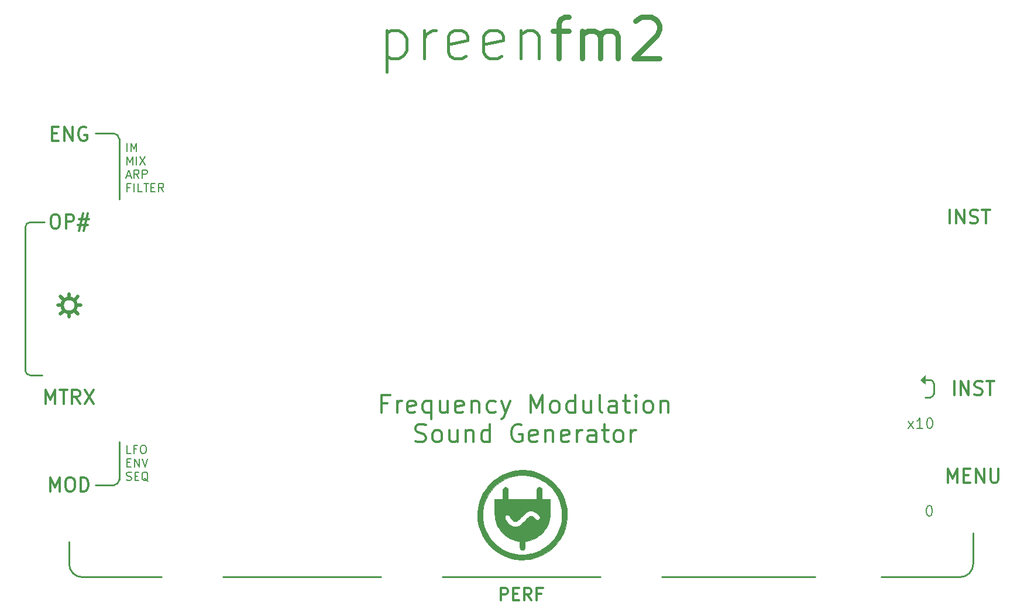
<source format=gbr>
%TF.GenerationSoftware,KiCad,Pcbnew,(5.1.8)-1*%
%TF.CreationDate,2021-03-28T18:03:51+02:00*%
%TF.ProjectId,pfm2_topSurface,70666d32-5f74-46f7-9053-757266616365,rev?*%
%TF.SameCoordinates,Original*%
%TF.FileFunction,Legend,Top*%
%TF.FilePolarity,Positive*%
%FSLAX46Y46*%
G04 Gerber Fmt 4.6, Leading zero omitted, Abs format (unit mm)*
G04 Created by KiCad (PCBNEW (5.1.8)-1) date 2021-03-28 18:03:51*
%MOMM*%
%LPD*%
G01*
G04 APERTURE LIST*
%ADD10C,0.300000*%
%ADD11C,0.250000*%
%ADD12C,0.150000*%
%ADD13C,0.500000*%
%ADD14C,0.100000*%
%ADD15C,0.120000*%
%ADD16C,0.350000*%
%ADD17C,0.800000*%
%ADD18C,0.400000*%
%ADD19C,0.010000*%
G04 APERTURE END LIST*
D10*
X178848095Y-99266261D02*
X178848095Y-97266261D01*
X179800476Y-99266261D02*
X179800476Y-97266261D01*
X180943333Y-99266261D01*
X180943333Y-97266261D01*
X181800476Y-99171023D02*
X182086190Y-99266261D01*
X182562380Y-99266261D01*
X182752857Y-99171023D01*
X182848095Y-99075785D01*
X182943333Y-98885309D01*
X182943333Y-98694833D01*
X182848095Y-98504357D01*
X182752857Y-98409119D01*
X182562380Y-98313880D01*
X182181428Y-98218642D01*
X181990952Y-98123404D01*
X181895714Y-98028166D01*
X181800476Y-97837690D01*
X181800476Y-97647214D01*
X181895714Y-97456738D01*
X181990952Y-97361500D01*
X182181428Y-97266261D01*
X182657619Y-97266261D01*
X182943333Y-97361500D01*
X183514761Y-97266261D02*
X184657619Y-97266261D01*
X184086190Y-99266261D02*
X184086190Y-97266261D01*
D11*
X176530000Y-123952000D02*
G75*
G02*
X176022000Y-124460000I-508000J0D01*
G01*
X176022000Y-121920000D02*
G75*
G02*
X176530000Y-122428000I0J-508000D01*
G01*
X57912000Y-137160000D02*
X55245000Y-137160000D01*
X58674000Y-136398000D02*
X58674000Y-130937000D01*
X58674000Y-136398000D02*
G75*
G02*
X57912000Y-137160000I-762000J0D01*
G01*
D12*
X60390642Y-132577857D02*
X59819214Y-132577857D01*
X59819214Y-131377857D01*
X61190642Y-131949285D02*
X60790642Y-131949285D01*
X60790642Y-132577857D02*
X60790642Y-131377857D01*
X61362071Y-131377857D01*
X62047785Y-131377857D02*
X62276357Y-131377857D01*
X62390642Y-131435000D01*
X62504928Y-131549285D01*
X62562071Y-131777857D01*
X62562071Y-132177857D01*
X62504928Y-132406428D01*
X62390642Y-132520714D01*
X62276357Y-132577857D01*
X62047785Y-132577857D01*
X61933500Y-132520714D01*
X61819214Y-132406428D01*
X61762071Y-132177857D01*
X61762071Y-131777857D01*
X61819214Y-131549285D01*
X61933500Y-131435000D01*
X62047785Y-131377857D01*
X59819214Y-133899285D02*
X60219214Y-133899285D01*
X60390642Y-134527857D02*
X59819214Y-134527857D01*
X59819214Y-133327857D01*
X60390642Y-133327857D01*
X60904928Y-134527857D02*
X60904928Y-133327857D01*
X61590642Y-134527857D01*
X61590642Y-133327857D01*
X61990642Y-133327857D02*
X62390642Y-134527857D01*
X62790642Y-133327857D01*
X59762071Y-136420714D02*
X59933500Y-136477857D01*
X60219214Y-136477857D01*
X60333500Y-136420714D01*
X60390642Y-136363571D01*
X60447785Y-136249285D01*
X60447785Y-136135000D01*
X60390642Y-136020714D01*
X60333500Y-135963571D01*
X60219214Y-135906428D01*
X59990642Y-135849285D01*
X59876357Y-135792142D01*
X59819214Y-135735000D01*
X59762071Y-135620714D01*
X59762071Y-135506428D01*
X59819214Y-135392142D01*
X59876357Y-135335000D01*
X59990642Y-135277857D01*
X60276357Y-135277857D01*
X60447785Y-135335000D01*
X60962071Y-135849285D02*
X61362071Y-135849285D01*
X61533500Y-136477857D02*
X60962071Y-136477857D01*
X60962071Y-135277857D01*
X61533500Y-135277857D01*
X62847785Y-136592142D02*
X62733500Y-136535000D01*
X62619214Y-136420714D01*
X62447785Y-136249285D01*
X62333500Y-136192142D01*
X62219214Y-136192142D01*
X62276357Y-136477857D02*
X62162071Y-136420714D01*
X62047785Y-136306428D01*
X61990642Y-136077857D01*
X61990642Y-135677857D01*
X62047785Y-135449285D01*
X62162071Y-135335000D01*
X62276357Y-135277857D01*
X62504928Y-135277857D01*
X62619214Y-135335000D01*
X62733500Y-135449285D01*
X62790642Y-135677857D01*
X62790642Y-136077857D01*
X62733500Y-136306428D01*
X62619214Y-136420714D01*
X62504928Y-136477857D01*
X62276357Y-136477857D01*
X59819214Y-88803857D02*
X59819214Y-87603857D01*
X60390642Y-88803857D02*
X60390642Y-87603857D01*
X60790642Y-88461000D01*
X61190642Y-87603857D01*
X61190642Y-88803857D01*
X59819214Y-90753857D02*
X59819214Y-89553857D01*
X60219214Y-90411000D01*
X60619214Y-89553857D01*
X60619214Y-90753857D01*
X61190642Y-90753857D02*
X61190642Y-89553857D01*
X61647785Y-89553857D02*
X62447785Y-90753857D01*
X62447785Y-89553857D02*
X61647785Y-90753857D01*
X59762071Y-92361000D02*
X60333500Y-92361000D01*
X59647785Y-92703857D02*
X60047785Y-91503857D01*
X60447785Y-92703857D01*
X61533500Y-92703857D02*
X61133500Y-92132428D01*
X60847785Y-92703857D02*
X60847785Y-91503857D01*
X61304928Y-91503857D01*
X61419214Y-91561000D01*
X61476357Y-91618142D01*
X61533500Y-91732428D01*
X61533500Y-91903857D01*
X61476357Y-92018142D01*
X61419214Y-92075285D01*
X61304928Y-92132428D01*
X60847785Y-92132428D01*
X62047785Y-92703857D02*
X62047785Y-91503857D01*
X62504928Y-91503857D01*
X62619214Y-91561000D01*
X62676357Y-91618142D01*
X62733500Y-91732428D01*
X62733500Y-91903857D01*
X62676357Y-92018142D01*
X62619214Y-92075285D01*
X62504928Y-92132428D01*
X62047785Y-92132428D01*
X60219214Y-94025285D02*
X59819214Y-94025285D01*
X59819214Y-94653857D02*
X59819214Y-93453857D01*
X60390642Y-93453857D01*
X60847785Y-94653857D02*
X60847785Y-93453857D01*
X61990642Y-94653857D02*
X61419214Y-94653857D01*
X61419214Y-93453857D01*
X62219214Y-93453857D02*
X62904928Y-93453857D01*
X62562071Y-94653857D02*
X62562071Y-93453857D01*
X63304928Y-94025285D02*
X63704928Y-94025285D01*
X63876357Y-94653857D02*
X63304928Y-94653857D01*
X63304928Y-93453857D01*
X63876357Y-93453857D01*
X65076357Y-94653857D02*
X64676357Y-94082428D01*
X64390642Y-94653857D02*
X64390642Y-93453857D01*
X64847785Y-93453857D01*
X64962071Y-93511000D01*
X65019214Y-93568142D01*
X65076357Y-93682428D01*
X65076357Y-93853857D01*
X65019214Y-93968142D01*
X64962071Y-94025285D01*
X64847785Y-94082428D01*
X64390642Y-94082428D01*
D11*
X57912000Y-86233000D02*
G75*
G02*
X58674000Y-86995000I0J-762000D01*
G01*
X57912000Y-86233000D02*
X55245000Y-86233000D01*
X58674000Y-95758000D02*
X58674000Y-86995000D01*
X45847000Y-121285000D02*
G75*
G02*
X45085000Y-120523000I0J762000D01*
G01*
X45085000Y-99822000D02*
G75*
G02*
X45847000Y-99060000I762000J0D01*
G01*
X45847000Y-121285000D02*
X47498000Y-121285000D01*
D13*
X52705000Y-111125000D02*
X53086000Y-111125000D01*
X52705000Y-112395000D02*
X52324000Y-112014000D01*
X51435000Y-112776000D02*
X51435000Y-112395000D01*
X52324000Y-110236000D02*
X52705000Y-109855000D01*
X49784000Y-111125000D02*
X50165000Y-111125000D01*
X51435000Y-109855000D02*
X51435000Y-109474000D01*
X50546000Y-110236000D02*
X50165000Y-109855000D01*
X50165000Y-112395000D02*
X50546000Y-112014000D01*
X52451000Y-111125000D02*
G75*
G03*
X52451000Y-111125000I-1016000J0D01*
G01*
D11*
X45085000Y-99822000D02*
X45085000Y-120523000D01*
X47879000Y-99060000D02*
X45847000Y-99060000D01*
D14*
G36*
X175260000Y-122555000D02*
G01*
X174625000Y-121920000D01*
X175260000Y-121285000D01*
X175260000Y-122555000D01*
G37*
X175260000Y-122555000D02*
X174625000Y-121920000D01*
X175260000Y-121285000D01*
X175260000Y-122555000D01*
D11*
X176022000Y-121920000D02*
X175260000Y-121920000D01*
X176530000Y-123952000D02*
X176530000Y-122428000D01*
X175260000Y-124460000D02*
X176022000Y-124460000D01*
D12*
X175823571Y-140148571D02*
X175966428Y-140148571D01*
X176109285Y-140220000D01*
X176180714Y-140291428D01*
X176252142Y-140434285D01*
X176323571Y-140720000D01*
X176323571Y-141077142D01*
X176252142Y-141362857D01*
X176180714Y-141505714D01*
X176109285Y-141577142D01*
X175966428Y-141648571D01*
X175823571Y-141648571D01*
X175680714Y-141577142D01*
X175609285Y-141505714D01*
X175537857Y-141362857D01*
X175466428Y-141077142D01*
X175466428Y-140720000D01*
X175537857Y-140434285D01*
X175609285Y-140291428D01*
X175680714Y-140220000D01*
X175823571Y-140148571D01*
X172803571Y-128948571D02*
X173589285Y-127948571D01*
X172803571Y-127948571D02*
X173589285Y-128948571D01*
X174946428Y-128948571D02*
X174089285Y-128948571D01*
X174517857Y-128948571D02*
X174517857Y-127448571D01*
X174375000Y-127662857D01*
X174232142Y-127805714D01*
X174089285Y-127877142D01*
X175875000Y-127448571D02*
X176017857Y-127448571D01*
X176160714Y-127520000D01*
X176232142Y-127591428D01*
X176303571Y-127734285D01*
X176375000Y-128020000D01*
X176375000Y-128377142D01*
X176303571Y-128662857D01*
X176232142Y-128805714D01*
X176160714Y-128877142D01*
X176017857Y-128948571D01*
X175875000Y-128948571D01*
X175732142Y-128877142D01*
X175660714Y-128805714D01*
X175589285Y-128662857D01*
X175517857Y-128377142D01*
X175517857Y-128020000D01*
X175589285Y-127734285D01*
X175660714Y-127591428D01*
X175732142Y-127520000D01*
X175875000Y-127448571D01*
D10*
X179483095Y-124094761D02*
X179483095Y-122094761D01*
X180435476Y-124094761D02*
X180435476Y-122094761D01*
X181578333Y-124094761D01*
X181578333Y-122094761D01*
X182435476Y-123999523D02*
X182721190Y-124094761D01*
X183197380Y-124094761D01*
X183387857Y-123999523D01*
X183483095Y-123904285D01*
X183578333Y-123713809D01*
X183578333Y-123523333D01*
X183483095Y-123332857D01*
X183387857Y-123237619D01*
X183197380Y-123142380D01*
X182816428Y-123047142D01*
X182625952Y-122951904D01*
X182530714Y-122856666D01*
X182435476Y-122666190D01*
X182435476Y-122475714D01*
X182530714Y-122285238D01*
X182625952Y-122190000D01*
X182816428Y-122094761D01*
X183292619Y-122094761D01*
X183578333Y-122190000D01*
X184149761Y-122094761D02*
X185292619Y-122094761D01*
X184721190Y-124094761D02*
X184721190Y-122094761D01*
X178578333Y-136794761D02*
X178578333Y-134794761D01*
X179245000Y-136223333D01*
X179911666Y-134794761D01*
X179911666Y-136794761D01*
X180864047Y-135747142D02*
X181530714Y-135747142D01*
X181816428Y-136794761D02*
X180864047Y-136794761D01*
X180864047Y-134794761D01*
X181816428Y-134794761D01*
X182673571Y-136794761D02*
X182673571Y-134794761D01*
X183816428Y-136794761D01*
X183816428Y-134794761D01*
X184768809Y-134794761D02*
X184768809Y-136413809D01*
X184864047Y-136604285D01*
X184959285Y-136699523D01*
X185149761Y-136794761D01*
X185530714Y-136794761D01*
X185721190Y-136699523D01*
X185816428Y-136604285D01*
X185911666Y-136413809D01*
X185911666Y-134794761D01*
X113882857Y-153849285D02*
X113882857Y-152049285D01*
X114568571Y-152049285D01*
X114740000Y-152135000D01*
X114825714Y-152220714D01*
X114911428Y-152392142D01*
X114911428Y-152649285D01*
X114825714Y-152820714D01*
X114740000Y-152906428D01*
X114568571Y-152992142D01*
X113882857Y-152992142D01*
X115682857Y-152906428D02*
X116282857Y-152906428D01*
X116540000Y-153849285D02*
X115682857Y-153849285D01*
X115682857Y-152049285D01*
X116540000Y-152049285D01*
X118340000Y-153849285D02*
X117740000Y-152992142D01*
X117311428Y-153849285D02*
X117311428Y-152049285D01*
X117997142Y-152049285D01*
X118168571Y-152135000D01*
X118254285Y-152220714D01*
X118340000Y-152392142D01*
X118340000Y-152649285D01*
X118254285Y-152820714D01*
X118168571Y-152906428D01*
X117997142Y-152992142D01*
X117311428Y-152992142D01*
X119711428Y-152906428D02*
X119111428Y-152906428D01*
X119111428Y-153849285D02*
X119111428Y-152049285D01*
X119968571Y-152049285D01*
X48720714Y-138064761D02*
X48720714Y-136064761D01*
X49387380Y-137493333D01*
X50054047Y-136064761D01*
X50054047Y-138064761D01*
X51387380Y-136064761D02*
X51768333Y-136064761D01*
X51958809Y-136160000D01*
X52149285Y-136350476D01*
X52244523Y-136731428D01*
X52244523Y-137398095D01*
X52149285Y-137779047D01*
X51958809Y-137969523D01*
X51768333Y-138064761D01*
X51387380Y-138064761D01*
X51196904Y-137969523D01*
X51006428Y-137779047D01*
X50911190Y-137398095D01*
X50911190Y-136731428D01*
X51006428Y-136350476D01*
X51196904Y-136160000D01*
X51387380Y-136064761D01*
X53101666Y-138064761D02*
X53101666Y-136064761D01*
X53577857Y-136064761D01*
X53863571Y-136160000D01*
X54054047Y-136350476D01*
X54149285Y-136540952D01*
X54244523Y-136921904D01*
X54244523Y-137207619D01*
X54149285Y-137588571D01*
X54054047Y-137779047D01*
X53863571Y-137969523D01*
X53577857Y-138064761D01*
X53101666Y-138064761D01*
X48054047Y-125364761D02*
X48054047Y-123364761D01*
X48720714Y-124793333D01*
X49387380Y-123364761D01*
X49387380Y-125364761D01*
X50054047Y-123364761D02*
X51196904Y-123364761D01*
X50625476Y-125364761D02*
X50625476Y-123364761D01*
X53006428Y-125364761D02*
X52339761Y-124412380D01*
X51863571Y-125364761D02*
X51863571Y-123364761D01*
X52625476Y-123364761D01*
X52815952Y-123460000D01*
X52911190Y-123555238D01*
X53006428Y-123745714D01*
X53006428Y-124031428D01*
X52911190Y-124221904D01*
X52815952Y-124317142D01*
X52625476Y-124412380D01*
X51863571Y-124412380D01*
X53673095Y-123364761D02*
X55006428Y-125364761D01*
X55006428Y-123364761D02*
X53673095Y-125364761D01*
X49244523Y-97964761D02*
X49625476Y-97964761D01*
X49815952Y-98060000D01*
X50006428Y-98250476D01*
X50101666Y-98631428D01*
X50101666Y-99298095D01*
X50006428Y-99679047D01*
X49815952Y-99869523D01*
X49625476Y-99964761D01*
X49244523Y-99964761D01*
X49054047Y-99869523D01*
X48863571Y-99679047D01*
X48768333Y-99298095D01*
X48768333Y-98631428D01*
X48863571Y-98250476D01*
X49054047Y-98060000D01*
X49244523Y-97964761D01*
X50958809Y-99964761D02*
X50958809Y-97964761D01*
X51720714Y-97964761D01*
X51911190Y-98060000D01*
X52006428Y-98155238D01*
X52101666Y-98345714D01*
X52101666Y-98631428D01*
X52006428Y-98821904D01*
X51911190Y-98917142D01*
X51720714Y-99012380D01*
X50958809Y-99012380D01*
X52863571Y-98631428D02*
X54292142Y-98631428D01*
X53435000Y-97774285D02*
X52863571Y-100345714D01*
X54101666Y-99488571D02*
X52673095Y-99488571D01*
X53530238Y-100345714D02*
X54101666Y-97774285D01*
X48958809Y-86217142D02*
X49625476Y-86217142D01*
X49911190Y-87264761D02*
X48958809Y-87264761D01*
X48958809Y-85264761D01*
X49911190Y-85264761D01*
X50768333Y-87264761D02*
X50768333Y-85264761D01*
X51911190Y-87264761D01*
X51911190Y-85264761D01*
X53911190Y-85360000D02*
X53720714Y-85264761D01*
X53435000Y-85264761D01*
X53149285Y-85360000D01*
X52958809Y-85550476D01*
X52863571Y-85740952D01*
X52768333Y-86121904D01*
X52768333Y-86407619D01*
X52863571Y-86788571D01*
X52958809Y-86979047D01*
X53149285Y-87169523D01*
X53435000Y-87264761D01*
X53625476Y-87264761D01*
X53911190Y-87169523D01*
X54006428Y-87074285D01*
X54006428Y-86407619D01*
X53625476Y-86407619D01*
D11*
X182245000Y-148590000D02*
X182245000Y-144145000D01*
X51435000Y-148590000D02*
X51435000Y-145415000D01*
X53340000Y-150495000D02*
G75*
G02*
X51435000Y-148590000I0J1905000D01*
G01*
X182245000Y-148590000D02*
G75*
G02*
X180340000Y-150495000I-1905000J0D01*
G01*
X168910000Y-150495000D02*
X180340000Y-150495000D01*
X137160000Y-150495000D02*
X159385000Y-150495000D01*
X105410000Y-150495000D02*
X128270000Y-150495000D01*
X73660000Y-150495000D02*
X96520000Y-150495000D01*
D15*
X64770000Y-150495000D02*
X64135000Y-150495000D01*
D11*
X53340000Y-150495000D02*
X64770000Y-150495000D01*
D16*
X97518571Y-125324285D02*
X96651904Y-125324285D01*
X96651904Y-126686190D02*
X96651904Y-124086190D01*
X97890000Y-124086190D01*
X98880476Y-126686190D02*
X98880476Y-124952857D01*
X98880476Y-125448095D02*
X99004285Y-125200476D01*
X99128095Y-125076666D01*
X99375714Y-124952857D01*
X99623333Y-124952857D01*
X101480476Y-126562380D02*
X101232857Y-126686190D01*
X100737619Y-126686190D01*
X100490000Y-126562380D01*
X100366190Y-126314761D01*
X100366190Y-125324285D01*
X100490000Y-125076666D01*
X100737619Y-124952857D01*
X101232857Y-124952857D01*
X101480476Y-125076666D01*
X101604285Y-125324285D01*
X101604285Y-125571904D01*
X100366190Y-125819523D01*
X103832857Y-124952857D02*
X103832857Y-127552857D01*
X103832857Y-126562380D02*
X103585238Y-126686190D01*
X103090000Y-126686190D01*
X102842380Y-126562380D01*
X102718571Y-126438571D01*
X102594761Y-126190952D01*
X102594761Y-125448095D01*
X102718571Y-125200476D01*
X102842380Y-125076666D01*
X103090000Y-124952857D01*
X103585238Y-124952857D01*
X103832857Y-125076666D01*
X106185238Y-124952857D02*
X106185238Y-126686190D01*
X105070952Y-124952857D02*
X105070952Y-126314761D01*
X105194761Y-126562380D01*
X105442380Y-126686190D01*
X105813809Y-126686190D01*
X106061428Y-126562380D01*
X106185238Y-126438571D01*
X108413809Y-126562380D02*
X108166190Y-126686190D01*
X107670952Y-126686190D01*
X107423333Y-126562380D01*
X107299523Y-126314761D01*
X107299523Y-125324285D01*
X107423333Y-125076666D01*
X107670952Y-124952857D01*
X108166190Y-124952857D01*
X108413809Y-125076666D01*
X108537619Y-125324285D01*
X108537619Y-125571904D01*
X107299523Y-125819523D01*
X109651904Y-124952857D02*
X109651904Y-126686190D01*
X109651904Y-125200476D02*
X109775714Y-125076666D01*
X110023333Y-124952857D01*
X110394761Y-124952857D01*
X110642380Y-125076666D01*
X110766190Y-125324285D01*
X110766190Y-126686190D01*
X113118571Y-126562380D02*
X112870952Y-126686190D01*
X112375714Y-126686190D01*
X112128095Y-126562380D01*
X112004285Y-126438571D01*
X111880476Y-126190952D01*
X111880476Y-125448095D01*
X112004285Y-125200476D01*
X112128095Y-125076666D01*
X112375714Y-124952857D01*
X112870952Y-124952857D01*
X113118571Y-125076666D01*
X113985238Y-124952857D02*
X114604285Y-126686190D01*
X115223333Y-124952857D02*
X114604285Y-126686190D01*
X114356666Y-127305238D01*
X114232857Y-127429047D01*
X113985238Y-127552857D01*
X118194761Y-126686190D02*
X118194761Y-124086190D01*
X119061428Y-125943333D01*
X119928095Y-124086190D01*
X119928095Y-126686190D01*
X121537619Y-126686190D02*
X121290000Y-126562380D01*
X121166190Y-126438571D01*
X121042380Y-126190952D01*
X121042380Y-125448095D01*
X121166190Y-125200476D01*
X121290000Y-125076666D01*
X121537619Y-124952857D01*
X121909047Y-124952857D01*
X122156666Y-125076666D01*
X122280476Y-125200476D01*
X122404285Y-125448095D01*
X122404285Y-126190952D01*
X122280476Y-126438571D01*
X122156666Y-126562380D01*
X121909047Y-126686190D01*
X121537619Y-126686190D01*
X124632857Y-126686190D02*
X124632857Y-124086190D01*
X124632857Y-126562380D02*
X124385238Y-126686190D01*
X123890000Y-126686190D01*
X123642380Y-126562380D01*
X123518571Y-126438571D01*
X123394761Y-126190952D01*
X123394761Y-125448095D01*
X123518571Y-125200476D01*
X123642380Y-125076666D01*
X123890000Y-124952857D01*
X124385238Y-124952857D01*
X124632857Y-125076666D01*
X126985238Y-124952857D02*
X126985238Y-126686190D01*
X125870952Y-124952857D02*
X125870952Y-126314761D01*
X125994761Y-126562380D01*
X126242380Y-126686190D01*
X126613809Y-126686190D01*
X126861428Y-126562380D01*
X126985238Y-126438571D01*
X128594761Y-126686190D02*
X128347142Y-126562380D01*
X128223333Y-126314761D01*
X128223333Y-124086190D01*
X130699523Y-126686190D02*
X130699523Y-125324285D01*
X130575714Y-125076666D01*
X130328095Y-124952857D01*
X129832857Y-124952857D01*
X129585238Y-125076666D01*
X130699523Y-126562380D02*
X130451904Y-126686190D01*
X129832857Y-126686190D01*
X129585238Y-126562380D01*
X129461428Y-126314761D01*
X129461428Y-126067142D01*
X129585238Y-125819523D01*
X129832857Y-125695714D01*
X130451904Y-125695714D01*
X130699523Y-125571904D01*
X131566190Y-124952857D02*
X132556666Y-124952857D01*
X131937619Y-124086190D02*
X131937619Y-126314761D01*
X132061428Y-126562380D01*
X132309047Y-126686190D01*
X132556666Y-126686190D01*
X133423333Y-126686190D02*
X133423333Y-124952857D01*
X133423333Y-124086190D02*
X133299523Y-124210000D01*
X133423333Y-124333809D01*
X133547142Y-124210000D01*
X133423333Y-124086190D01*
X133423333Y-124333809D01*
X135032857Y-126686190D02*
X134785238Y-126562380D01*
X134661428Y-126438571D01*
X134537619Y-126190952D01*
X134537619Y-125448095D01*
X134661428Y-125200476D01*
X134785238Y-125076666D01*
X135032857Y-124952857D01*
X135404285Y-124952857D01*
X135651904Y-125076666D01*
X135775714Y-125200476D01*
X135899523Y-125448095D01*
X135899523Y-126190952D01*
X135775714Y-126438571D01*
X135651904Y-126562380D01*
X135404285Y-126686190D01*
X135032857Y-126686190D01*
X137013809Y-124952857D02*
X137013809Y-126686190D01*
X137013809Y-125200476D02*
X137137619Y-125076666D01*
X137385238Y-124952857D01*
X137756666Y-124952857D01*
X138004285Y-125076666D01*
X138128095Y-125324285D01*
X138128095Y-126686190D01*
X101542380Y-130812380D02*
X101913809Y-130936190D01*
X102532857Y-130936190D01*
X102780476Y-130812380D01*
X102904285Y-130688571D01*
X103028095Y-130440952D01*
X103028095Y-130193333D01*
X102904285Y-129945714D01*
X102780476Y-129821904D01*
X102532857Y-129698095D01*
X102037619Y-129574285D01*
X101790000Y-129450476D01*
X101666190Y-129326666D01*
X101542380Y-129079047D01*
X101542380Y-128831428D01*
X101666190Y-128583809D01*
X101790000Y-128460000D01*
X102037619Y-128336190D01*
X102656666Y-128336190D01*
X103028095Y-128460000D01*
X104513809Y-130936190D02*
X104266190Y-130812380D01*
X104142380Y-130688571D01*
X104018571Y-130440952D01*
X104018571Y-129698095D01*
X104142380Y-129450476D01*
X104266190Y-129326666D01*
X104513809Y-129202857D01*
X104885238Y-129202857D01*
X105132857Y-129326666D01*
X105256666Y-129450476D01*
X105380476Y-129698095D01*
X105380476Y-130440952D01*
X105256666Y-130688571D01*
X105132857Y-130812380D01*
X104885238Y-130936190D01*
X104513809Y-130936190D01*
X107609047Y-129202857D02*
X107609047Y-130936190D01*
X106494761Y-129202857D02*
X106494761Y-130564761D01*
X106618571Y-130812380D01*
X106866190Y-130936190D01*
X107237619Y-130936190D01*
X107485238Y-130812380D01*
X107609047Y-130688571D01*
X108847142Y-129202857D02*
X108847142Y-130936190D01*
X108847142Y-129450476D02*
X108970952Y-129326666D01*
X109218571Y-129202857D01*
X109590000Y-129202857D01*
X109837619Y-129326666D01*
X109961428Y-129574285D01*
X109961428Y-130936190D01*
X112313809Y-130936190D02*
X112313809Y-128336190D01*
X112313809Y-130812380D02*
X112066190Y-130936190D01*
X111570952Y-130936190D01*
X111323333Y-130812380D01*
X111199523Y-130688571D01*
X111075714Y-130440952D01*
X111075714Y-129698095D01*
X111199523Y-129450476D01*
X111323333Y-129326666D01*
X111570952Y-129202857D01*
X112066190Y-129202857D01*
X112313809Y-129326666D01*
X116894761Y-128460000D02*
X116647142Y-128336190D01*
X116275714Y-128336190D01*
X115904285Y-128460000D01*
X115656666Y-128707619D01*
X115532857Y-128955238D01*
X115409047Y-129450476D01*
X115409047Y-129821904D01*
X115532857Y-130317142D01*
X115656666Y-130564761D01*
X115904285Y-130812380D01*
X116275714Y-130936190D01*
X116523333Y-130936190D01*
X116894761Y-130812380D01*
X117018571Y-130688571D01*
X117018571Y-129821904D01*
X116523333Y-129821904D01*
X119123333Y-130812380D02*
X118875714Y-130936190D01*
X118380476Y-130936190D01*
X118132857Y-130812380D01*
X118009047Y-130564761D01*
X118009047Y-129574285D01*
X118132857Y-129326666D01*
X118380476Y-129202857D01*
X118875714Y-129202857D01*
X119123333Y-129326666D01*
X119247142Y-129574285D01*
X119247142Y-129821904D01*
X118009047Y-130069523D01*
X120361428Y-129202857D02*
X120361428Y-130936190D01*
X120361428Y-129450476D02*
X120485238Y-129326666D01*
X120732857Y-129202857D01*
X121104285Y-129202857D01*
X121351904Y-129326666D01*
X121475714Y-129574285D01*
X121475714Y-130936190D01*
X123704285Y-130812380D02*
X123456666Y-130936190D01*
X122961428Y-130936190D01*
X122713809Y-130812380D01*
X122590000Y-130564761D01*
X122590000Y-129574285D01*
X122713809Y-129326666D01*
X122961428Y-129202857D01*
X123456666Y-129202857D01*
X123704285Y-129326666D01*
X123828095Y-129574285D01*
X123828095Y-129821904D01*
X122590000Y-130069523D01*
X124942380Y-130936190D02*
X124942380Y-129202857D01*
X124942380Y-129698095D02*
X125066190Y-129450476D01*
X125190000Y-129326666D01*
X125437619Y-129202857D01*
X125685238Y-129202857D01*
X127666190Y-130936190D02*
X127666190Y-129574285D01*
X127542380Y-129326666D01*
X127294761Y-129202857D01*
X126799523Y-129202857D01*
X126551904Y-129326666D01*
X127666190Y-130812380D02*
X127418571Y-130936190D01*
X126799523Y-130936190D01*
X126551904Y-130812380D01*
X126428095Y-130564761D01*
X126428095Y-130317142D01*
X126551904Y-130069523D01*
X126799523Y-129945714D01*
X127418571Y-129945714D01*
X127666190Y-129821904D01*
X128532857Y-129202857D02*
X129523333Y-129202857D01*
X128904285Y-128336190D02*
X128904285Y-130564761D01*
X129028095Y-130812380D01*
X129275714Y-130936190D01*
X129523333Y-130936190D01*
X130761428Y-130936190D02*
X130513809Y-130812380D01*
X130390000Y-130688571D01*
X130266190Y-130440952D01*
X130266190Y-129698095D01*
X130390000Y-129450476D01*
X130513809Y-129326666D01*
X130761428Y-129202857D01*
X131132857Y-129202857D01*
X131380476Y-129326666D01*
X131504285Y-129450476D01*
X131628095Y-129698095D01*
X131628095Y-130440952D01*
X131504285Y-130688571D01*
X131380476Y-130812380D01*
X131132857Y-130936190D01*
X130761428Y-130936190D01*
X132742380Y-130936190D02*
X132742380Y-129202857D01*
X132742380Y-129698095D02*
X132866190Y-129450476D01*
X132990000Y-129326666D01*
X133237619Y-129202857D01*
X133485238Y-129202857D01*
D17*
X121410000Y-71364285D02*
X123695714Y-71364285D01*
X122267142Y-75364285D02*
X122267142Y-70221428D01*
X122552857Y-69650000D01*
X123124285Y-69364285D01*
X123695714Y-69364285D01*
X125695714Y-75364285D02*
X125695714Y-71364285D01*
X125695714Y-71935714D02*
X125981428Y-71650000D01*
X126552857Y-71364285D01*
X127410000Y-71364285D01*
X127981428Y-71650000D01*
X128267142Y-72221428D01*
X128267142Y-75364285D01*
X128267142Y-72221428D02*
X128552857Y-71650000D01*
X129124285Y-71364285D01*
X129981428Y-71364285D01*
X130552857Y-71650000D01*
X130838571Y-72221428D01*
X130838571Y-75364285D01*
X133410000Y-69935714D02*
X133695714Y-69650000D01*
X134267142Y-69364285D01*
X135695714Y-69364285D01*
X136267142Y-69650000D01*
X136552857Y-69935714D01*
X136838571Y-70507142D01*
X136838571Y-71078571D01*
X136552857Y-71935714D01*
X133124285Y-75364285D01*
X136838571Y-75364285D01*
D18*
X97388571Y-71314285D02*
X97388571Y-77314285D01*
X97388571Y-71600000D02*
X97960000Y-71314285D01*
X99102857Y-71314285D01*
X99674285Y-71600000D01*
X99960000Y-71885714D01*
X100245714Y-72457142D01*
X100245714Y-74171428D01*
X99960000Y-74742857D01*
X99674285Y-75028571D01*
X99102857Y-75314285D01*
X97960000Y-75314285D01*
X97388571Y-75028571D01*
X102817142Y-75314285D02*
X102817142Y-71314285D01*
X102817142Y-72457142D02*
X103102857Y-71885714D01*
X103388571Y-71600000D01*
X103960000Y-71314285D01*
X104531428Y-71314285D01*
X108817142Y-75028571D02*
X108245714Y-75314285D01*
X107102857Y-75314285D01*
X106531428Y-75028571D01*
X106245714Y-74457142D01*
X106245714Y-72171428D01*
X106531428Y-71600000D01*
X107102857Y-71314285D01*
X108245714Y-71314285D01*
X108817142Y-71600000D01*
X109102857Y-72171428D01*
X109102857Y-72742857D01*
X106245714Y-73314285D01*
X113960000Y-75028571D02*
X113388571Y-75314285D01*
X112245714Y-75314285D01*
X111674285Y-75028571D01*
X111388571Y-74457142D01*
X111388571Y-72171428D01*
X111674285Y-71600000D01*
X112245714Y-71314285D01*
X113388571Y-71314285D01*
X113960000Y-71600000D01*
X114245714Y-72171428D01*
X114245714Y-72742857D01*
X111388571Y-73314285D01*
X116817142Y-71314285D02*
X116817142Y-75314285D01*
X116817142Y-71885714D02*
X117102857Y-71600000D01*
X117674285Y-71314285D01*
X118531428Y-71314285D01*
X119102857Y-71600000D01*
X119388571Y-72171428D01*
X119388571Y-75314285D01*
X121388571Y-71314285D02*
X123674285Y-71314285D01*
X122245714Y-75314285D02*
X122245714Y-70171428D01*
X122531428Y-69600000D01*
X123102857Y-69314285D01*
X123674285Y-69314285D01*
X125674285Y-75314285D02*
X125674285Y-71314285D01*
X125674285Y-71885714D02*
X125960000Y-71600000D01*
X126531428Y-71314285D01*
X127388571Y-71314285D01*
X127960000Y-71600000D01*
X128245714Y-72171428D01*
X128245714Y-75314285D01*
X128245714Y-72171428D02*
X128531428Y-71600000D01*
X129102857Y-71314285D01*
X129960000Y-71314285D01*
X130531428Y-71600000D01*
X130817142Y-72171428D01*
X130817142Y-75314285D01*
X133388571Y-69885714D02*
X133674285Y-69600000D01*
X134245714Y-69314285D01*
X135674285Y-69314285D01*
X136245714Y-69600000D01*
X136531428Y-69885714D01*
X136817142Y-70457142D01*
X136817142Y-71028571D01*
X136531428Y-71885714D01*
X133102857Y-75314285D01*
X136817142Y-75314285D01*
D19*
%TO.C,G\u002A\u002A\u002A*%
G36*
X117177931Y-134993353D02*
G01*
X117337541Y-134995681D01*
X117476766Y-135000512D01*
X117603545Y-135008400D01*
X117725814Y-135019897D01*
X117851511Y-135035555D01*
X117988574Y-135055927D01*
X118060429Y-135067493D01*
X118529639Y-135162553D01*
X118987874Y-135291512D01*
X119433500Y-135453203D01*
X119864878Y-135646461D01*
X120280372Y-135870118D01*
X120678345Y-136123010D01*
X121057161Y-136403971D01*
X121415183Y-136711835D01*
X121750774Y-137045435D01*
X122062297Y-137403607D01*
X122348115Y-137785184D01*
X122606593Y-138189000D01*
X122717351Y-138384643D01*
X122931121Y-138815481D01*
X123111200Y-139258179D01*
X123257457Y-139710801D01*
X123369762Y-140171414D01*
X123447984Y-140638082D01*
X123491993Y-141108870D01*
X123501658Y-141581845D01*
X123476850Y-142055070D01*
X123417438Y-142526611D01*
X123323292Y-142994534D01*
X123194281Y-143456903D01*
X123080921Y-143782143D01*
X123027425Y-143914478D01*
X122960059Y-144067123D01*
X122882866Y-144231972D01*
X122799886Y-144400921D01*
X122715162Y-144565864D01*
X122632736Y-144718697D01*
X122556650Y-144851314D01*
X122510627Y-144925761D01*
X122243203Y-145314749D01*
X121961383Y-145672910D01*
X121661835Y-146003973D01*
X121341230Y-146311667D01*
X121063072Y-146546926D01*
X120670301Y-146838402D01*
X120261292Y-147097469D01*
X119836509Y-147323931D01*
X119396415Y-147517592D01*
X118941473Y-147678258D01*
X118472146Y-147805733D01*
X117988898Y-147899822D01*
X117788286Y-147928518D01*
X117683788Y-147939066D01*
X117550903Y-147948085D01*
X117397503Y-147955422D01*
X117231460Y-147960924D01*
X117060646Y-147964440D01*
X116892934Y-147965816D01*
X116736195Y-147964901D01*
X116598303Y-147961541D01*
X116487130Y-147955584D01*
X116468926Y-147954079D01*
X115984413Y-147892996D01*
X115508854Y-147797202D01*
X115043833Y-147667336D01*
X114590939Y-147504035D01*
X114151757Y-147307937D01*
X113727876Y-147079677D01*
X113320881Y-146819894D01*
X112944143Y-146538720D01*
X112577627Y-146221078D01*
X112237384Y-145878813D01*
X111924451Y-145513209D01*
X111639863Y-145125548D01*
X111384653Y-144717113D01*
X111206966Y-144385570D01*
X111012735Y-143964317D01*
X110852374Y-143545168D01*
X110724302Y-143122486D01*
X110626936Y-142690634D01*
X110558697Y-142243976D01*
X110532216Y-141980476D01*
X110511875Y-141517067D01*
X110518871Y-141296082D01*
X111260869Y-141296082D01*
X111263972Y-141746496D01*
X111301807Y-142196847D01*
X111374641Y-142644658D01*
X111377117Y-142656800D01*
X111483785Y-143087206D01*
X111624853Y-143508356D01*
X111799127Y-143918052D01*
X112005415Y-144314097D01*
X112242524Y-144694293D01*
X112509260Y-145056443D01*
X112804431Y-145398350D01*
X112943671Y-145542473D01*
X113281746Y-145855459D01*
X113639095Y-146137862D01*
X114014801Y-146389249D01*
X114407948Y-146609188D01*
X114817622Y-146797247D01*
X115242907Y-146952993D01*
X115682887Y-147075993D01*
X116136646Y-147165815D01*
X116474345Y-147210009D01*
X116585970Y-147218028D01*
X116725695Y-147222585D01*
X116885519Y-147223887D01*
X117057443Y-147222141D01*
X117233468Y-147217553D01*
X117405592Y-147210330D01*
X117565817Y-147200679D01*
X117706141Y-147188805D01*
X117815501Y-147175386D01*
X118277264Y-147087581D01*
X118723049Y-146967433D01*
X119152339Y-146815201D01*
X119564616Y-146631144D01*
X119959364Y-146415521D01*
X120336064Y-146168591D01*
X120694201Y-145890614D01*
X121033256Y-145581848D01*
X121072487Y-145542888D01*
X121381791Y-145208052D01*
X121662388Y-144852877D01*
X121913237Y-144479281D01*
X122133301Y-144089179D01*
X122321539Y-143684489D01*
X122476912Y-143267126D01*
X122598381Y-142839008D01*
X122639807Y-142652695D01*
X122671467Y-142492745D01*
X122696495Y-142352672D01*
X122715636Y-142224477D01*
X122729633Y-142100160D01*
X122739231Y-141971724D01*
X122745172Y-141831170D01*
X122748202Y-141670499D01*
X122749063Y-141481712D01*
X122749064Y-141478000D01*
X122748451Y-141301702D01*
X122746442Y-141155800D01*
X122742781Y-141034421D01*
X122737214Y-140931694D01*
X122729484Y-140841746D01*
X122719337Y-140758705D01*
X122717114Y-140743214D01*
X122654519Y-140376109D01*
X122577343Y-140034685D01*
X122482969Y-139710366D01*
X122368779Y-139394576D01*
X122232157Y-139078738D01*
X122168967Y-138947072D01*
X122044422Y-138705372D01*
X121919466Y-138486739D01*
X121786460Y-138278683D01*
X121637765Y-138068712D01*
X121604924Y-138024659D01*
X121318131Y-137672601D01*
X121007167Y-137346753D01*
X120673828Y-137048011D01*
X120319909Y-136777273D01*
X119947205Y-136535437D01*
X119557512Y-136323400D01*
X119152627Y-136142060D01*
X118734344Y-135992315D01*
X118304460Y-135875061D01*
X117864769Y-135791197D01*
X117417068Y-135741619D01*
X117008143Y-135727057D01*
X116556664Y-135744752D01*
X116112391Y-135797235D01*
X115676977Y-135883435D01*
X115252073Y-136002281D01*
X114839332Y-136152704D01*
X114440406Y-136333632D01*
X114056947Y-136543995D01*
X113690606Y-136782722D01*
X113343037Y-137048744D01*
X113015890Y-137340989D01*
X112710818Y-137658388D01*
X112429473Y-137999868D01*
X112173507Y-138364361D01*
X111944572Y-138750795D01*
X111757003Y-139129747D01*
X111590446Y-139543327D01*
X111457287Y-139969227D01*
X111357793Y-140404971D01*
X111292232Y-140848081D01*
X111260869Y-141296082D01*
X110518871Y-141296082D01*
X110526627Y-141051138D01*
X110575698Y-140585679D01*
X110658317Y-140123683D01*
X110773712Y-139668138D01*
X110921109Y-139222036D01*
X111099738Y-138788368D01*
X111308824Y-138370124D01*
X111547596Y-137970295D01*
X111581034Y-137919439D01*
X111848311Y-137542790D01*
X112130124Y-137196237D01*
X112430776Y-136875061D01*
X112754566Y-136574545D01*
X112971358Y-136394511D01*
X113361225Y-136106944D01*
X113769585Y-135850354D01*
X114194979Y-135625407D01*
X114635947Y-135432773D01*
X115091029Y-135273120D01*
X115558766Y-135147116D01*
X115810715Y-135094317D01*
X115976765Y-135064220D01*
X116126043Y-135040537D01*
X116266875Y-135022551D01*
X116407585Y-135009547D01*
X116556500Y-135000809D01*
X116721946Y-134995622D01*
X116912248Y-134993270D01*
X116990000Y-134992977D01*
X117177931Y-134993353D01*
G37*
X117177931Y-134993353D02*
X117337541Y-134995681D01*
X117476766Y-135000512D01*
X117603545Y-135008400D01*
X117725814Y-135019897D01*
X117851511Y-135035555D01*
X117988574Y-135055927D01*
X118060429Y-135067493D01*
X118529639Y-135162553D01*
X118987874Y-135291512D01*
X119433500Y-135453203D01*
X119864878Y-135646461D01*
X120280372Y-135870118D01*
X120678345Y-136123010D01*
X121057161Y-136403971D01*
X121415183Y-136711835D01*
X121750774Y-137045435D01*
X122062297Y-137403607D01*
X122348115Y-137785184D01*
X122606593Y-138189000D01*
X122717351Y-138384643D01*
X122931121Y-138815481D01*
X123111200Y-139258179D01*
X123257457Y-139710801D01*
X123369762Y-140171414D01*
X123447984Y-140638082D01*
X123491993Y-141108870D01*
X123501658Y-141581845D01*
X123476850Y-142055070D01*
X123417438Y-142526611D01*
X123323292Y-142994534D01*
X123194281Y-143456903D01*
X123080921Y-143782143D01*
X123027425Y-143914478D01*
X122960059Y-144067123D01*
X122882866Y-144231972D01*
X122799886Y-144400921D01*
X122715162Y-144565864D01*
X122632736Y-144718697D01*
X122556650Y-144851314D01*
X122510627Y-144925761D01*
X122243203Y-145314749D01*
X121961383Y-145672910D01*
X121661835Y-146003973D01*
X121341230Y-146311667D01*
X121063072Y-146546926D01*
X120670301Y-146838402D01*
X120261292Y-147097469D01*
X119836509Y-147323931D01*
X119396415Y-147517592D01*
X118941473Y-147678258D01*
X118472146Y-147805733D01*
X117988898Y-147899822D01*
X117788286Y-147928518D01*
X117683788Y-147939066D01*
X117550903Y-147948085D01*
X117397503Y-147955422D01*
X117231460Y-147960924D01*
X117060646Y-147964440D01*
X116892934Y-147965816D01*
X116736195Y-147964901D01*
X116598303Y-147961541D01*
X116487130Y-147955584D01*
X116468926Y-147954079D01*
X115984413Y-147892996D01*
X115508854Y-147797202D01*
X115043833Y-147667336D01*
X114590939Y-147504035D01*
X114151757Y-147307937D01*
X113727876Y-147079677D01*
X113320881Y-146819894D01*
X112944143Y-146538720D01*
X112577627Y-146221078D01*
X112237384Y-145878813D01*
X111924451Y-145513209D01*
X111639863Y-145125548D01*
X111384653Y-144717113D01*
X111206966Y-144385570D01*
X111012735Y-143964317D01*
X110852374Y-143545168D01*
X110724302Y-143122486D01*
X110626936Y-142690634D01*
X110558697Y-142243976D01*
X110532216Y-141980476D01*
X110511875Y-141517067D01*
X110518871Y-141296082D01*
X111260869Y-141296082D01*
X111263972Y-141746496D01*
X111301807Y-142196847D01*
X111374641Y-142644658D01*
X111377117Y-142656800D01*
X111483785Y-143087206D01*
X111624853Y-143508356D01*
X111799127Y-143918052D01*
X112005415Y-144314097D01*
X112242524Y-144694293D01*
X112509260Y-145056443D01*
X112804431Y-145398350D01*
X112943671Y-145542473D01*
X113281746Y-145855459D01*
X113639095Y-146137862D01*
X114014801Y-146389249D01*
X114407948Y-146609188D01*
X114817622Y-146797247D01*
X115242907Y-146952993D01*
X115682887Y-147075993D01*
X116136646Y-147165815D01*
X116474345Y-147210009D01*
X116585970Y-147218028D01*
X116725695Y-147222585D01*
X116885519Y-147223887D01*
X117057443Y-147222141D01*
X117233468Y-147217553D01*
X117405592Y-147210330D01*
X117565817Y-147200679D01*
X117706141Y-147188805D01*
X117815501Y-147175386D01*
X118277264Y-147087581D01*
X118723049Y-146967433D01*
X119152339Y-146815201D01*
X119564616Y-146631144D01*
X119959364Y-146415521D01*
X120336064Y-146168591D01*
X120694201Y-145890614D01*
X121033256Y-145581848D01*
X121072487Y-145542888D01*
X121381791Y-145208052D01*
X121662388Y-144852877D01*
X121913237Y-144479281D01*
X122133301Y-144089179D01*
X122321539Y-143684489D01*
X122476912Y-143267126D01*
X122598381Y-142839008D01*
X122639807Y-142652695D01*
X122671467Y-142492745D01*
X122696495Y-142352672D01*
X122715636Y-142224477D01*
X122729633Y-142100160D01*
X122739231Y-141971724D01*
X122745172Y-141831170D01*
X122748202Y-141670499D01*
X122749063Y-141481712D01*
X122749064Y-141478000D01*
X122748451Y-141301702D01*
X122746442Y-141155800D01*
X122742781Y-141034421D01*
X122737214Y-140931694D01*
X122729484Y-140841746D01*
X122719337Y-140758705D01*
X122717114Y-140743214D01*
X122654519Y-140376109D01*
X122577343Y-140034685D01*
X122482969Y-139710366D01*
X122368779Y-139394576D01*
X122232157Y-139078738D01*
X122168967Y-138947072D01*
X122044422Y-138705372D01*
X121919466Y-138486739D01*
X121786460Y-138278683D01*
X121637765Y-138068712D01*
X121604924Y-138024659D01*
X121318131Y-137672601D01*
X121007167Y-137346753D01*
X120673828Y-137048011D01*
X120319909Y-136777273D01*
X119947205Y-136535437D01*
X119557512Y-136323400D01*
X119152627Y-136142060D01*
X118734344Y-135992315D01*
X118304460Y-135875061D01*
X117864769Y-135791197D01*
X117417068Y-135741619D01*
X117008143Y-135727057D01*
X116556664Y-135744752D01*
X116112391Y-135797235D01*
X115676977Y-135883435D01*
X115252073Y-136002281D01*
X114839332Y-136152704D01*
X114440406Y-136333632D01*
X114056947Y-136543995D01*
X113690606Y-136782722D01*
X113343037Y-137048744D01*
X113015890Y-137340989D01*
X112710818Y-137658388D01*
X112429473Y-137999868D01*
X112173507Y-138364361D01*
X111944572Y-138750795D01*
X111757003Y-139129747D01*
X111590446Y-139543327D01*
X111457287Y-139969227D01*
X111357793Y-140404971D01*
X111292232Y-140848081D01*
X111260869Y-141296082D01*
X110518871Y-141296082D01*
X110526627Y-141051138D01*
X110575698Y-140585679D01*
X110658317Y-140123683D01*
X110773712Y-139668138D01*
X110921109Y-139222036D01*
X111099738Y-138788368D01*
X111308824Y-138370124D01*
X111547596Y-137970295D01*
X111581034Y-137919439D01*
X111848311Y-137542790D01*
X112130124Y-137196237D01*
X112430776Y-136875061D01*
X112754566Y-136574545D01*
X112971358Y-136394511D01*
X113361225Y-136106944D01*
X113769585Y-135850354D01*
X114194979Y-135625407D01*
X114635947Y-135432773D01*
X115091029Y-135273120D01*
X115558766Y-135147116D01*
X115810715Y-135094317D01*
X115976765Y-135064220D01*
X116126043Y-135040537D01*
X116266875Y-135022551D01*
X116407585Y-135009547D01*
X116556500Y-135000809D01*
X116721946Y-134995622D01*
X116912248Y-134993270D01*
X116990000Y-134992977D01*
X117177931Y-134993353D01*
G36*
X114651633Y-137464513D02*
G01*
X114744993Y-137501250D01*
X114819429Y-137555089D01*
X114825599Y-137561533D01*
X114848600Y-137587545D01*
X114867606Y-137613306D01*
X114882998Y-137642400D01*
X114895156Y-137678409D01*
X114904461Y-137724915D01*
X114911295Y-137785501D01*
X114916037Y-137863750D01*
X114919069Y-137963245D01*
X114920772Y-138087568D01*
X114921526Y-138240302D01*
X114921712Y-138425030D01*
X114921715Y-138465703D01*
X114921715Y-139192000D01*
X119094572Y-139192000D01*
X119094572Y-138465703D01*
X119094691Y-138274217D01*
X119095303Y-138115434D01*
X119096787Y-137985771D01*
X119099526Y-137881646D01*
X119103899Y-137799475D01*
X119110288Y-137735677D01*
X119119074Y-137686668D01*
X119130637Y-137648866D01*
X119145358Y-137618688D01*
X119163619Y-137592551D01*
X119185799Y-137566873D01*
X119190688Y-137561533D01*
X119264492Y-137504684D01*
X119357180Y-137467292D01*
X119457197Y-137451628D01*
X119552985Y-137459959D01*
X119608009Y-137479571D01*
X119694280Y-137537171D01*
X119767883Y-137612297D01*
X119799227Y-137658929D01*
X119806834Y-137676158D01*
X119813144Y-137700138D01*
X119818311Y-137734327D01*
X119822491Y-137782182D01*
X119825839Y-137847160D01*
X119828511Y-137932721D01*
X119830660Y-138042321D01*
X119832443Y-138179417D01*
X119834015Y-138347468D01*
X119834833Y-138452679D01*
X119840308Y-139192000D01*
X121017715Y-139192000D01*
X121017715Y-140333078D01*
X121017531Y-140592077D01*
X121016884Y-140818106D01*
X121015632Y-141014477D01*
X121013631Y-141184503D01*
X121010739Y-141331498D01*
X121006814Y-141458775D01*
X121001711Y-141569647D01*
X120995290Y-141667428D01*
X120987406Y-141755431D01*
X120977917Y-141836969D01*
X120966680Y-141915356D01*
X120953553Y-141993904D01*
X120943865Y-142047008D01*
X120859064Y-142402806D01*
X120740702Y-142748380D01*
X120590631Y-143081418D01*
X120410706Y-143399608D01*
X120202776Y-143700638D01*
X119968696Y-143982195D01*
X119710317Y-144241968D01*
X119429492Y-144477644D01*
X119128072Y-144686912D01*
X118807911Y-144867459D01*
X118610259Y-144959884D01*
X118256025Y-145093546D01*
X117887595Y-145193940D01*
X117593710Y-145248584D01*
X117380072Y-145280590D01*
X117371000Y-145805902D01*
X117368038Y-145966435D01*
X117364816Y-146095026D01*
X117360614Y-146196017D01*
X117354712Y-146273748D01*
X117346387Y-146332562D01*
X117334921Y-146376799D01*
X117319591Y-146410800D01*
X117299678Y-146438906D01*
X117274461Y-146465459D01*
X117259084Y-146480027D01*
X117179280Y-146533224D01*
X117082561Y-146565796D01*
X116981648Y-146575183D01*
X116889263Y-146558826D01*
X116881686Y-146555958D01*
X116807219Y-146514404D01*
X116737630Y-146455607D01*
X116687744Y-146392203D01*
X116686089Y-146389241D01*
X116676654Y-146368075D01*
X116669041Y-146339943D01*
X116662952Y-146300588D01*
X116658090Y-146245756D01*
X116654157Y-146171190D01*
X116650855Y-146072636D01*
X116647887Y-145945839D01*
X116645286Y-145805854D01*
X116636215Y-145280494D01*
X116436643Y-145250235D01*
X116063030Y-145175962D01*
X115702766Y-145069299D01*
X115357542Y-144931766D01*
X115029049Y-144764880D01*
X114718978Y-144570160D01*
X114429022Y-144349124D01*
X114160871Y-144103289D01*
X113916216Y-143834175D01*
X113696750Y-143543298D01*
X113504163Y-143232178D01*
X113340147Y-142902332D01*
X113206394Y-142555278D01*
X113125286Y-142278050D01*
X113104327Y-142195065D01*
X113086126Y-142120689D01*
X113070473Y-142051743D01*
X113057155Y-141985049D01*
X113045960Y-141917427D01*
X113037701Y-141853611D01*
X114468542Y-141853611D01*
X114470654Y-141900932D01*
X114479584Y-141945419D01*
X114498420Y-141994293D01*
X114530248Y-142054776D01*
X114578159Y-142134087D01*
X114610057Y-142184547D01*
X114781572Y-142434268D01*
X114954911Y-142647957D01*
X115130457Y-142825840D01*
X115308591Y-142968141D01*
X115489696Y-143075086D01*
X115674152Y-143146899D01*
X115862343Y-143183806D01*
X116054651Y-143186032D01*
X116251456Y-143153802D01*
X116253549Y-143153282D01*
X116375020Y-143112670D01*
X116510438Y-143049782D01*
X116649956Y-142969734D01*
X116783345Y-142877932D01*
X116830052Y-142839275D01*
X116897914Y-142778398D01*
X116982871Y-142699174D01*
X117080863Y-142605476D01*
X117187830Y-142501178D01*
X117299711Y-142390154D01*
X117389143Y-142299991D01*
X117538744Y-142149312D01*
X117666851Y-142023289D01*
X117776231Y-141919591D01*
X117869647Y-141835888D01*
X117949864Y-141769849D01*
X118019647Y-141719144D01*
X118081759Y-141681443D01*
X118138966Y-141654415D01*
X118167458Y-141643883D01*
X118260950Y-141624739D01*
X118354422Y-141631726D01*
X118450521Y-141666251D01*
X118551898Y-141729716D01*
X118661203Y-141823528D01*
X118781085Y-141949091D01*
X118813827Y-141986546D01*
X118885930Y-142067875D01*
X118942396Y-142125149D01*
X118989065Y-142163563D01*
X119031776Y-142188311D01*
X119048559Y-142195357D01*
X119156599Y-142219073D01*
X119261875Y-142210539D01*
X119358566Y-142173378D01*
X119440848Y-142111210D01*
X119502901Y-142027655D01*
X119538900Y-141926334D01*
X119544292Y-141887056D01*
X119542654Y-141809554D01*
X119522764Y-141732262D01*
X119481911Y-141649715D01*
X119417390Y-141556448D01*
X119326492Y-141446996D01*
X119325954Y-141446385D01*
X119156877Y-141270185D01*
X118989503Y-141128685D01*
X118821458Y-141020531D01*
X118650369Y-140944366D01*
X118473862Y-140898834D01*
X118341643Y-140884236D01*
X118166827Y-140888026D01*
X117997830Y-140919582D01*
X117829180Y-140980633D01*
X117655401Y-141072912D01*
X117568679Y-141128725D01*
X117473982Y-141196779D01*
X117374874Y-141276311D01*
X117267675Y-141370686D01*
X117148704Y-141483271D01*
X117014283Y-141617430D01*
X116863000Y-141774145D01*
X116716374Y-141926537D01*
X116590278Y-142053681D01*
X116481782Y-142158010D01*
X116387958Y-142241957D01*
X116305876Y-142307955D01*
X116232606Y-142358438D01*
X116165219Y-142395840D01*
X116100786Y-142422593D01*
X116070932Y-142432111D01*
X115981266Y-142446647D01*
X115891101Y-142437010D01*
X115798670Y-142401830D01*
X115702208Y-142339735D01*
X115599948Y-142249354D01*
X115490125Y-142129314D01*
X115370972Y-141978246D01*
X115240723Y-141794777D01*
X115230143Y-141779209D01*
X115156185Y-141674670D01*
X115093538Y-141598055D01*
X115037126Y-141544909D01*
X114981875Y-141510780D01*
X114922709Y-141491215D01*
X114896417Y-141486411D01*
X114787743Y-141487159D01*
X114686371Y-141519237D01*
X114598035Y-141577723D01*
X114528473Y-141657694D01*
X114483418Y-141754230D01*
X114468542Y-141853611D01*
X113037701Y-141853611D01*
X113036677Y-141845699D01*
X113029094Y-141766686D01*
X113022999Y-141677210D01*
X113018181Y-141574091D01*
X113014428Y-141454152D01*
X113011527Y-141314212D01*
X113009268Y-141151095D01*
X113007439Y-140961619D01*
X113005827Y-140742608D01*
X113004222Y-140490882D01*
X113004014Y-140457464D01*
X112996150Y-139192000D01*
X114177858Y-139192000D01*
X114177858Y-138512536D01*
X114178434Y-138316882D01*
X114180124Y-138145172D01*
X114182864Y-137999792D01*
X114186593Y-137883125D01*
X114191250Y-137797555D01*
X114196773Y-137745467D01*
X114197811Y-137740034D01*
X114237155Y-137637083D01*
X114303752Y-137551967D01*
X114391326Y-137489791D01*
X114493603Y-137455657D01*
X114553599Y-137450684D01*
X114651633Y-137464513D01*
G37*
X114651633Y-137464513D02*
X114744993Y-137501250D01*
X114819429Y-137555089D01*
X114825599Y-137561533D01*
X114848600Y-137587545D01*
X114867606Y-137613306D01*
X114882998Y-137642400D01*
X114895156Y-137678409D01*
X114904461Y-137724915D01*
X114911295Y-137785501D01*
X114916037Y-137863750D01*
X114919069Y-137963245D01*
X114920772Y-138087568D01*
X114921526Y-138240302D01*
X114921712Y-138425030D01*
X114921715Y-138465703D01*
X114921715Y-139192000D01*
X119094572Y-139192000D01*
X119094572Y-138465703D01*
X119094691Y-138274217D01*
X119095303Y-138115434D01*
X119096787Y-137985771D01*
X119099526Y-137881646D01*
X119103899Y-137799475D01*
X119110288Y-137735677D01*
X119119074Y-137686668D01*
X119130637Y-137648866D01*
X119145358Y-137618688D01*
X119163619Y-137592551D01*
X119185799Y-137566873D01*
X119190688Y-137561533D01*
X119264492Y-137504684D01*
X119357180Y-137467292D01*
X119457197Y-137451628D01*
X119552985Y-137459959D01*
X119608009Y-137479571D01*
X119694280Y-137537171D01*
X119767883Y-137612297D01*
X119799227Y-137658929D01*
X119806834Y-137676158D01*
X119813144Y-137700138D01*
X119818311Y-137734327D01*
X119822491Y-137782182D01*
X119825839Y-137847160D01*
X119828511Y-137932721D01*
X119830660Y-138042321D01*
X119832443Y-138179417D01*
X119834015Y-138347468D01*
X119834833Y-138452679D01*
X119840308Y-139192000D01*
X121017715Y-139192000D01*
X121017715Y-140333078D01*
X121017531Y-140592077D01*
X121016884Y-140818106D01*
X121015632Y-141014477D01*
X121013631Y-141184503D01*
X121010739Y-141331498D01*
X121006814Y-141458775D01*
X121001711Y-141569647D01*
X120995290Y-141667428D01*
X120987406Y-141755431D01*
X120977917Y-141836969D01*
X120966680Y-141915356D01*
X120953553Y-141993904D01*
X120943865Y-142047008D01*
X120859064Y-142402806D01*
X120740702Y-142748380D01*
X120590631Y-143081418D01*
X120410706Y-143399608D01*
X120202776Y-143700638D01*
X119968696Y-143982195D01*
X119710317Y-144241968D01*
X119429492Y-144477644D01*
X119128072Y-144686912D01*
X118807911Y-144867459D01*
X118610259Y-144959884D01*
X118256025Y-145093546D01*
X117887595Y-145193940D01*
X117593710Y-145248584D01*
X117380072Y-145280590D01*
X117371000Y-145805902D01*
X117368038Y-145966435D01*
X117364816Y-146095026D01*
X117360614Y-146196017D01*
X117354712Y-146273748D01*
X117346387Y-146332562D01*
X117334921Y-146376799D01*
X117319591Y-146410800D01*
X117299678Y-146438906D01*
X117274461Y-146465459D01*
X117259084Y-146480027D01*
X117179280Y-146533224D01*
X117082561Y-146565796D01*
X116981648Y-146575183D01*
X116889263Y-146558826D01*
X116881686Y-146555958D01*
X116807219Y-146514404D01*
X116737630Y-146455607D01*
X116687744Y-146392203D01*
X116686089Y-146389241D01*
X116676654Y-146368075D01*
X116669041Y-146339943D01*
X116662952Y-146300588D01*
X116658090Y-146245756D01*
X116654157Y-146171190D01*
X116650855Y-146072636D01*
X116647887Y-145945839D01*
X116645286Y-145805854D01*
X116636215Y-145280494D01*
X116436643Y-145250235D01*
X116063030Y-145175962D01*
X115702766Y-145069299D01*
X115357542Y-144931766D01*
X115029049Y-144764880D01*
X114718978Y-144570160D01*
X114429022Y-144349124D01*
X114160871Y-144103289D01*
X113916216Y-143834175D01*
X113696750Y-143543298D01*
X113504163Y-143232178D01*
X113340147Y-142902332D01*
X113206394Y-142555278D01*
X113125286Y-142278050D01*
X113104327Y-142195065D01*
X113086126Y-142120689D01*
X113070473Y-142051743D01*
X113057155Y-141985049D01*
X113045960Y-141917427D01*
X113037701Y-141853611D01*
X114468542Y-141853611D01*
X114470654Y-141900932D01*
X114479584Y-141945419D01*
X114498420Y-141994293D01*
X114530248Y-142054776D01*
X114578159Y-142134087D01*
X114610057Y-142184547D01*
X114781572Y-142434268D01*
X114954911Y-142647957D01*
X115130457Y-142825840D01*
X115308591Y-142968141D01*
X115489696Y-143075086D01*
X115674152Y-143146899D01*
X115862343Y-143183806D01*
X116054651Y-143186032D01*
X116251456Y-143153802D01*
X116253549Y-143153282D01*
X116375020Y-143112670D01*
X116510438Y-143049782D01*
X116649956Y-142969734D01*
X116783345Y-142877932D01*
X116830052Y-142839275D01*
X116897914Y-142778398D01*
X116982871Y-142699174D01*
X117080863Y-142605476D01*
X117187830Y-142501178D01*
X117299711Y-142390154D01*
X117389143Y-142299991D01*
X117538744Y-142149312D01*
X117666851Y-142023289D01*
X117776231Y-141919591D01*
X117869647Y-141835888D01*
X117949864Y-141769849D01*
X118019647Y-141719144D01*
X118081759Y-141681443D01*
X118138966Y-141654415D01*
X118167458Y-141643883D01*
X118260950Y-141624739D01*
X118354422Y-141631726D01*
X118450521Y-141666251D01*
X118551898Y-141729716D01*
X118661203Y-141823528D01*
X118781085Y-141949091D01*
X118813827Y-141986546D01*
X118885930Y-142067875D01*
X118942396Y-142125149D01*
X118989065Y-142163563D01*
X119031776Y-142188311D01*
X119048559Y-142195357D01*
X119156599Y-142219073D01*
X119261875Y-142210539D01*
X119358566Y-142173378D01*
X119440848Y-142111210D01*
X119502901Y-142027655D01*
X119538900Y-141926334D01*
X119544292Y-141887056D01*
X119542654Y-141809554D01*
X119522764Y-141732262D01*
X119481911Y-141649715D01*
X119417390Y-141556448D01*
X119326492Y-141446996D01*
X119325954Y-141446385D01*
X119156877Y-141270185D01*
X118989503Y-141128685D01*
X118821458Y-141020531D01*
X118650369Y-140944366D01*
X118473862Y-140898834D01*
X118341643Y-140884236D01*
X118166827Y-140888026D01*
X117997830Y-140919582D01*
X117829180Y-140980633D01*
X117655401Y-141072912D01*
X117568679Y-141128725D01*
X117473982Y-141196779D01*
X117374874Y-141276311D01*
X117267675Y-141370686D01*
X117148704Y-141483271D01*
X117014283Y-141617430D01*
X116863000Y-141774145D01*
X116716374Y-141926537D01*
X116590278Y-142053681D01*
X116481782Y-142158010D01*
X116387958Y-142241957D01*
X116305876Y-142307955D01*
X116232606Y-142358438D01*
X116165219Y-142395840D01*
X116100786Y-142422593D01*
X116070932Y-142432111D01*
X115981266Y-142446647D01*
X115891101Y-142437010D01*
X115798670Y-142401830D01*
X115702208Y-142339735D01*
X115599948Y-142249354D01*
X115490125Y-142129314D01*
X115370972Y-141978246D01*
X115240723Y-141794777D01*
X115230143Y-141779209D01*
X115156185Y-141674670D01*
X115093538Y-141598055D01*
X115037126Y-141544909D01*
X114981875Y-141510780D01*
X114922709Y-141491215D01*
X114896417Y-141486411D01*
X114787743Y-141487159D01*
X114686371Y-141519237D01*
X114598035Y-141577723D01*
X114528473Y-141657694D01*
X114483418Y-141754230D01*
X114468542Y-141853611D01*
X113037701Y-141853611D01*
X113036677Y-141845699D01*
X113029094Y-141766686D01*
X113022999Y-141677210D01*
X113018181Y-141574091D01*
X113014428Y-141454152D01*
X113011527Y-141314212D01*
X113009268Y-141151095D01*
X113007439Y-140961619D01*
X113005827Y-140742608D01*
X113004222Y-140490882D01*
X113004014Y-140457464D01*
X112996150Y-139192000D01*
X114177858Y-139192000D01*
X114177858Y-138512536D01*
X114178434Y-138316882D01*
X114180124Y-138145172D01*
X114182864Y-137999792D01*
X114186593Y-137883125D01*
X114191250Y-137797555D01*
X114196773Y-137745467D01*
X114197811Y-137740034D01*
X114237155Y-137637083D01*
X114303752Y-137551967D01*
X114391326Y-137489791D01*
X114493603Y-137455657D01*
X114553599Y-137450684D01*
X114651633Y-137464513D01*
%TD*%
M02*

</source>
